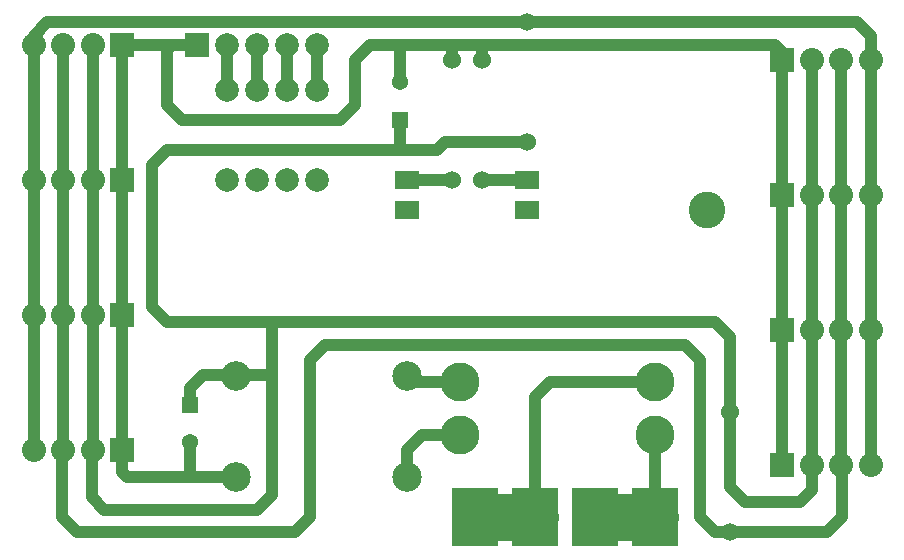
<source format=gbr>
G04 EasyPC Gerber Version 20.0.2 Build 4112 *
G04 #@! TF.Part,Single*
G04 #@! TF.FileFunction,Copper,L2,Bot *
%FSLAX35Y35*%
%MOIN*%
G04 #@! TA.AperFunction,SMDPad*
%ADD113R,0.15748X0.19685*%
G04 #@! TA.AperFunction,ComponentPad*
%ADD102R,0.05400X0.05400*%
%ADD108R,0.07874X0.07874*%
%ADD105R,0.08000X0.08000*%
G04 #@! TD.AperFunction*
%ADD112C,0.03937*%
%ADD89C,0.04800*%
G04 #@! TA.AperFunction,ComponentPad*
%ADD103C,0.05400*%
G04 #@! TD.AperFunction*
%ADD22C,0.06000*%
G04 #@! TA.AperFunction,ComponentPad*
%ADD107C,0.07874*%
%ADD106C,0.08000*%
%ADD101C,0.09843*%
G04 #@! TA.AperFunction,WasherPad*
%ADD100C,0.12205*%
G04 #@! TA.AperFunction,ComponentPad*
%ADD110C,0.12992*%
G04 #@! TD.AperFunction*
%ADD115C,0.15748*%
G04 #@! TA.AperFunction,SMDPad*
%ADD114R,0.08000X0.06000*%
X0Y0D02*
D02*
D22*
X150256Y127750D03*
Y167750D03*
X160256Y127750D03*
Y167750D03*
X175256Y140250D03*
Y180250D03*
X242756Y10250D03*
Y50250D03*
D02*
D89*
X135256Y117750D03*
X175256D03*
D02*
D100*
X235256D03*
D02*
D101*
X78169Y28695D03*
Y62159D03*
X135256Y28695D03*
Y62159D03*
D02*
D102*
X62756Y52750D03*
X132756Y147750D03*
D02*
D103*
X62756Y40250D03*
X132756Y160250D03*
D02*
D105*
X40256Y37750D03*
Y82750D03*
Y127750D03*
Y172750D03*
X260256Y32750D03*
Y77750D03*
Y122750D03*
Y167750D03*
D02*
D106*
X10728Y37750D03*
Y82750D03*
Y127750D03*
Y172750D03*
X20571Y37750D03*
Y82750D03*
Y127750D03*
Y172750D03*
X30413Y37750D03*
Y82750D03*
Y127750D03*
Y172750D03*
X270098Y32750D03*
Y77750D03*
Y122750D03*
Y167750D03*
X279941Y32750D03*
Y77750D03*
Y122750D03*
Y167750D03*
X289783Y32750D03*
Y77750D03*
Y122750D03*
Y167750D03*
D02*
D107*
X75222Y127750D03*
Y157750D03*
X75256Y172750D03*
X85222Y127750D03*
Y157750D03*
X85256Y172750D03*
X95222Y127750D03*
Y157750D03*
X95256Y172750D03*
X105222Y127750D03*
Y157750D03*
X105256Y172750D03*
D02*
D108*
X65256D03*
D02*
D110*
X152717Y60250D03*
X152756Y42750D03*
X217756Y60250D03*
X217795Y42750D03*
D02*
D112*
X10728Y82750D02*
Y37750D01*
Y127750D02*
Y82750D01*
Y172750D02*
Y175722D01*
X15256Y180250*
X175256*
X10728Y172750D02*
Y127750D01*
X20571Y37750D02*
X20256D01*
Y15250*
X25256Y10250*
X97756*
X102756Y15250*
Y67750*
X107756Y72750*
X227756*
X232756Y67750*
Y15250*
X237756Y10250*
X242756*
X20571Y82750D02*
Y37750D01*
Y127750D02*
Y82750D01*
Y172750D02*
Y127750D01*
X30413Y37750D02*
X30256D01*
Y21866*
X34372Y17750*
X85256*
X90256Y22750*
Y62750*
X30413Y82750D02*
Y37750D01*
Y127750D02*
Y82750D01*
Y172750D02*
Y127750D01*
X40256Y37750D02*
Y30250D01*
X41756Y28750*
X62756*
X40256Y82750D02*
Y37750D01*
Y127750D02*
Y82750D01*
Y172750D02*
X55256D01*
X40256D02*
Y127750D01*
X55256Y172750D02*
X57024D01*
X55256Y170982*
Y152750*
X60256Y147750*
X112756*
X117756Y152750*
Y167750*
X122756Y172750*
X132756*
X55256D02*
X65256D01*
X62756Y28750D02*
X78169Y28695D01*
X62756Y28750D02*
Y40250D01*
X75256Y172750D02*
X75222Y157750D01*
X78169Y62159D02*
Y62750D01*
X67165*
X62756Y58341*
Y52750*
X78169Y62159D02*
Y62750D01*
X90256*
X78169Y80250D02*
X90256D01*
X85256Y172750D02*
X85222Y157750D01*
X90256Y62750D02*
Y80250D01*
X95256Y172750D02*
X95222Y157750D01*
X105256Y172750D02*
X105222Y157750D01*
X132756Y137750D02*
X55256D01*
X50256Y132750*
Y85250*
X55256Y80250*
X78169*
X132756Y147750D02*
Y137750D01*
Y160250D02*
Y172750D01*
X150256*
X135256Y28695D02*
Y37750D01*
X140256Y42750*
X152756*
X135256Y62159D02*
Y60250D01*
X152717*
X135256Y117750D02*
Y127750*
X150256D01*
Y167750D02*
Y172750D01*
X162756*
X160256Y127750D02*
X175256D01*
X160256Y167750D02*
Y172750D01*
X162756*
X257756*
X260256Y170250*
Y167750*
X175256Y117750D02*
Y140250*
X147756D01*
X145256Y137750*
X132756*
X175256Y180250D02*
X285256D01*
X289783Y175722*
Y167750*
X217756Y60250D02*
X182756D01*
X177756Y55250*
Y15250*
X217795Y42750D02*
X217756Y15250D01*
X242756Y10250D02*
X275256D01*
X280256Y15250*
Y32750*
X279941*
X242756Y50250D02*
Y75250D01*
X237756Y80250*
X90256*
X260256Y77750D02*
Y32750D01*
Y122750D02*
Y77750D01*
Y167750D02*
Y122750D01*
X270098Y32750D02*
X270256D01*
Y24366*
X266140Y20250*
X247756*
X242756Y25250*
Y50250*
X270098Y77750D02*
Y32750D01*
Y122750D02*
Y77750D01*
Y167750D02*
Y122750D01*
X279941Y77750D02*
Y32750D01*
Y122750D02*
Y77750D01*
Y167750D02*
Y122750D01*
X289783Y77750D02*
Y32750D01*
Y122750D02*
Y77750D01*
Y167750D02*
Y122750D01*
D02*
D113*
X157756Y15250D03*
X177756D03*
X197756D03*
X217756D03*
D02*
D114*
X135256Y117750D03*
Y127750D03*
X175256Y117750D03*
Y127750D03*
D02*
D115*
X157756Y15250D02*
X177756D01*
X197756D02*
X217756D01*
X0Y0D02*
M02*

</source>
